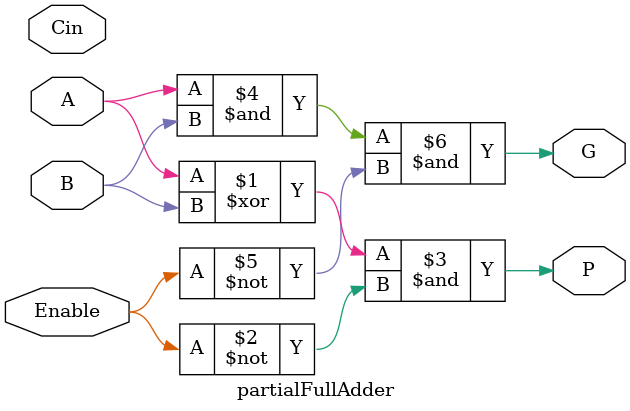
<source format=sv>
module partialFullAdder(P, G, A, B, Cin, Enable);
	output wire P, G;
	input A, B, Cin, Enable;
	
	assign P = (A ^ B) & (~Enable);
	assign G = (A & B) & (~Enable);

endmodule 
</source>
